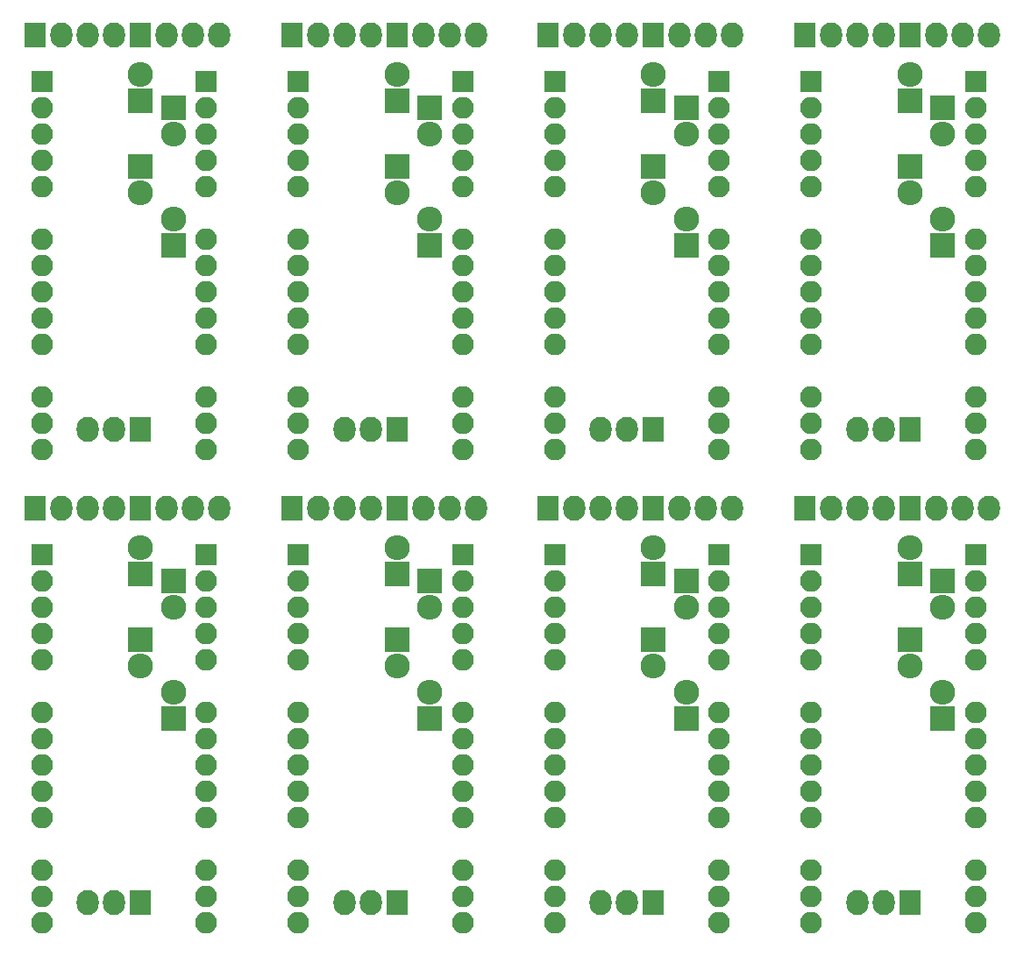
<source format=gts>
G04 #@! TF.FileFunction,Soldermask,Top*
%FSLAX46Y46*%
G04 Gerber Fmt 4.6, Leading zero omitted, Abs format (unit mm)*
G04 Created by KiCad (PCBNEW 4.0.5+dfsg1-4) date Thu Mar 30 08:58:49 2017*
%MOMM*%
%LPD*%
G01*
G04 APERTURE LIST*
%ADD10C,0.100000*%
%ADD11R,2.432000X2.432000*%
%ADD12O,2.432000X2.432000*%
%ADD13R,2.127200X2.432000*%
%ADD14O,2.127200X2.432000*%
%ADD15R,2.100000X2.100000*%
%ADD16O,2.100000X2.100000*%
G04 APERTURE END LIST*
D10*
D11*
X182880000Y-85090000D03*
D12*
X182880000Y-82550000D03*
D13*
X182880000Y-78740000D03*
D14*
X185420000Y-78740000D03*
X187960000Y-78740000D03*
X190500000Y-78740000D03*
D13*
X172720000Y-78740000D03*
D14*
X175260000Y-78740000D03*
X177800000Y-78740000D03*
X180340000Y-78740000D03*
D11*
X182880000Y-91440000D03*
D12*
X182880000Y-93980000D03*
D11*
X186055000Y-85725000D03*
D12*
X186055000Y-88265000D03*
D11*
X186055000Y-99060000D03*
D12*
X186055000Y-96520000D03*
D15*
X173355000Y-83185000D03*
D16*
X173355000Y-85725000D03*
X173355000Y-88265000D03*
X173355000Y-90805000D03*
X173355000Y-93345000D03*
X173355000Y-98425000D03*
X173355000Y-100965000D03*
X173355000Y-103505000D03*
X173355000Y-106045000D03*
X173355000Y-108585000D03*
X173355000Y-113665000D03*
X173355000Y-116205000D03*
X173355000Y-118745000D03*
D15*
X189230000Y-83185000D03*
D16*
X189230000Y-85725000D03*
X189230000Y-88265000D03*
X189230000Y-90805000D03*
X189230000Y-93345000D03*
X189230000Y-98425000D03*
X189230000Y-100965000D03*
X189230000Y-103505000D03*
X189230000Y-106045000D03*
X189230000Y-108585000D03*
X189230000Y-113665000D03*
X189230000Y-116205000D03*
X189230000Y-118745000D03*
D13*
X182880000Y-116840000D03*
D14*
X180340000Y-116840000D03*
X177800000Y-116840000D03*
D13*
X207645000Y-116840000D03*
D14*
X205105000Y-116840000D03*
X202565000Y-116840000D03*
D15*
X213995000Y-83185000D03*
D16*
X213995000Y-85725000D03*
X213995000Y-88265000D03*
X213995000Y-90805000D03*
X213995000Y-93345000D03*
X213995000Y-98425000D03*
X213995000Y-100965000D03*
X213995000Y-103505000D03*
X213995000Y-106045000D03*
X213995000Y-108585000D03*
X213995000Y-113665000D03*
X213995000Y-116205000D03*
X213995000Y-118745000D03*
D15*
X198120000Y-83185000D03*
D16*
X198120000Y-85725000D03*
X198120000Y-88265000D03*
X198120000Y-90805000D03*
X198120000Y-93345000D03*
X198120000Y-98425000D03*
X198120000Y-100965000D03*
X198120000Y-103505000D03*
X198120000Y-106045000D03*
X198120000Y-108585000D03*
X198120000Y-113665000D03*
X198120000Y-116205000D03*
X198120000Y-118745000D03*
D11*
X210820000Y-99060000D03*
D12*
X210820000Y-96520000D03*
D11*
X210820000Y-85725000D03*
D12*
X210820000Y-88265000D03*
D11*
X207645000Y-91440000D03*
D12*
X207645000Y-93980000D03*
D13*
X197485000Y-78740000D03*
D14*
X200025000Y-78740000D03*
X202565000Y-78740000D03*
X205105000Y-78740000D03*
D13*
X207645000Y-78740000D03*
D14*
X210185000Y-78740000D03*
X212725000Y-78740000D03*
X215265000Y-78740000D03*
D11*
X207645000Y-85090000D03*
D12*
X207645000Y-82550000D03*
D11*
X257175000Y-85090000D03*
D12*
X257175000Y-82550000D03*
D13*
X257175000Y-78740000D03*
D14*
X259715000Y-78740000D03*
X262255000Y-78740000D03*
X264795000Y-78740000D03*
D13*
X247015000Y-78740000D03*
D14*
X249555000Y-78740000D03*
X252095000Y-78740000D03*
X254635000Y-78740000D03*
D11*
X257175000Y-91440000D03*
D12*
X257175000Y-93980000D03*
D11*
X260350000Y-85725000D03*
D12*
X260350000Y-88265000D03*
D11*
X260350000Y-99060000D03*
D12*
X260350000Y-96520000D03*
D15*
X247650000Y-83185000D03*
D16*
X247650000Y-85725000D03*
X247650000Y-88265000D03*
X247650000Y-90805000D03*
X247650000Y-93345000D03*
X247650000Y-98425000D03*
X247650000Y-100965000D03*
X247650000Y-103505000D03*
X247650000Y-106045000D03*
X247650000Y-108585000D03*
X247650000Y-113665000D03*
X247650000Y-116205000D03*
X247650000Y-118745000D03*
D15*
X263525000Y-83185000D03*
D16*
X263525000Y-85725000D03*
X263525000Y-88265000D03*
X263525000Y-90805000D03*
X263525000Y-93345000D03*
X263525000Y-98425000D03*
X263525000Y-100965000D03*
X263525000Y-103505000D03*
X263525000Y-106045000D03*
X263525000Y-108585000D03*
X263525000Y-113665000D03*
X263525000Y-116205000D03*
X263525000Y-118745000D03*
D13*
X257175000Y-116840000D03*
D14*
X254635000Y-116840000D03*
X252095000Y-116840000D03*
D13*
X232410000Y-116840000D03*
D14*
X229870000Y-116840000D03*
X227330000Y-116840000D03*
D15*
X238760000Y-83185000D03*
D16*
X238760000Y-85725000D03*
X238760000Y-88265000D03*
X238760000Y-90805000D03*
X238760000Y-93345000D03*
X238760000Y-98425000D03*
X238760000Y-100965000D03*
X238760000Y-103505000D03*
X238760000Y-106045000D03*
X238760000Y-108585000D03*
X238760000Y-113665000D03*
X238760000Y-116205000D03*
X238760000Y-118745000D03*
D15*
X222885000Y-83185000D03*
D16*
X222885000Y-85725000D03*
X222885000Y-88265000D03*
X222885000Y-90805000D03*
X222885000Y-93345000D03*
X222885000Y-98425000D03*
X222885000Y-100965000D03*
X222885000Y-103505000D03*
X222885000Y-106045000D03*
X222885000Y-108585000D03*
X222885000Y-113665000D03*
X222885000Y-116205000D03*
X222885000Y-118745000D03*
D11*
X235585000Y-99060000D03*
D12*
X235585000Y-96520000D03*
D11*
X235585000Y-85725000D03*
D12*
X235585000Y-88265000D03*
D11*
X232410000Y-91440000D03*
D12*
X232410000Y-93980000D03*
D13*
X222250000Y-78740000D03*
D14*
X224790000Y-78740000D03*
X227330000Y-78740000D03*
X229870000Y-78740000D03*
D13*
X232410000Y-78740000D03*
D14*
X234950000Y-78740000D03*
X237490000Y-78740000D03*
X240030000Y-78740000D03*
D11*
X232410000Y-85090000D03*
D12*
X232410000Y-82550000D03*
D11*
X232410000Y-39370000D03*
D12*
X232410000Y-36830000D03*
D13*
X232410000Y-33020000D03*
D14*
X234950000Y-33020000D03*
X237490000Y-33020000D03*
X240030000Y-33020000D03*
D13*
X222250000Y-33020000D03*
D14*
X224790000Y-33020000D03*
X227330000Y-33020000D03*
X229870000Y-33020000D03*
D11*
X232410000Y-45720000D03*
D12*
X232410000Y-48260000D03*
D11*
X235585000Y-40005000D03*
D12*
X235585000Y-42545000D03*
D11*
X235585000Y-53340000D03*
D12*
X235585000Y-50800000D03*
D15*
X222885000Y-37465000D03*
D16*
X222885000Y-40005000D03*
X222885000Y-42545000D03*
X222885000Y-45085000D03*
X222885000Y-47625000D03*
X222885000Y-52705000D03*
X222885000Y-55245000D03*
X222885000Y-57785000D03*
X222885000Y-60325000D03*
X222885000Y-62865000D03*
X222885000Y-67945000D03*
X222885000Y-70485000D03*
X222885000Y-73025000D03*
D15*
X238760000Y-37465000D03*
D16*
X238760000Y-40005000D03*
X238760000Y-42545000D03*
X238760000Y-45085000D03*
X238760000Y-47625000D03*
X238760000Y-52705000D03*
X238760000Y-55245000D03*
X238760000Y-57785000D03*
X238760000Y-60325000D03*
X238760000Y-62865000D03*
X238760000Y-67945000D03*
X238760000Y-70485000D03*
X238760000Y-73025000D03*
D13*
X232410000Y-71120000D03*
D14*
X229870000Y-71120000D03*
X227330000Y-71120000D03*
D13*
X257175000Y-71120000D03*
D14*
X254635000Y-71120000D03*
X252095000Y-71120000D03*
D15*
X263525000Y-37465000D03*
D16*
X263525000Y-40005000D03*
X263525000Y-42545000D03*
X263525000Y-45085000D03*
X263525000Y-47625000D03*
X263525000Y-52705000D03*
X263525000Y-55245000D03*
X263525000Y-57785000D03*
X263525000Y-60325000D03*
X263525000Y-62865000D03*
X263525000Y-67945000D03*
X263525000Y-70485000D03*
X263525000Y-73025000D03*
D15*
X247650000Y-37465000D03*
D16*
X247650000Y-40005000D03*
X247650000Y-42545000D03*
X247650000Y-45085000D03*
X247650000Y-47625000D03*
X247650000Y-52705000D03*
X247650000Y-55245000D03*
X247650000Y-57785000D03*
X247650000Y-60325000D03*
X247650000Y-62865000D03*
X247650000Y-67945000D03*
X247650000Y-70485000D03*
X247650000Y-73025000D03*
D11*
X260350000Y-53340000D03*
D12*
X260350000Y-50800000D03*
D11*
X260350000Y-40005000D03*
D12*
X260350000Y-42545000D03*
D11*
X257175000Y-45720000D03*
D12*
X257175000Y-48260000D03*
D13*
X247015000Y-33020000D03*
D14*
X249555000Y-33020000D03*
X252095000Y-33020000D03*
X254635000Y-33020000D03*
D13*
X257175000Y-33020000D03*
D14*
X259715000Y-33020000D03*
X262255000Y-33020000D03*
X264795000Y-33020000D03*
D11*
X257175000Y-39370000D03*
D12*
X257175000Y-36830000D03*
D11*
X207645000Y-39370000D03*
D12*
X207645000Y-36830000D03*
D13*
X207645000Y-33020000D03*
D14*
X210185000Y-33020000D03*
X212725000Y-33020000D03*
X215265000Y-33020000D03*
D13*
X197485000Y-33020000D03*
D14*
X200025000Y-33020000D03*
X202565000Y-33020000D03*
X205105000Y-33020000D03*
D11*
X207645000Y-45720000D03*
D12*
X207645000Y-48260000D03*
D11*
X210820000Y-40005000D03*
D12*
X210820000Y-42545000D03*
D11*
X210820000Y-53340000D03*
D12*
X210820000Y-50800000D03*
D15*
X198120000Y-37465000D03*
D16*
X198120000Y-40005000D03*
X198120000Y-42545000D03*
X198120000Y-45085000D03*
X198120000Y-47625000D03*
X198120000Y-52705000D03*
X198120000Y-55245000D03*
X198120000Y-57785000D03*
X198120000Y-60325000D03*
X198120000Y-62865000D03*
X198120000Y-67945000D03*
X198120000Y-70485000D03*
X198120000Y-73025000D03*
D15*
X213995000Y-37465000D03*
D16*
X213995000Y-40005000D03*
X213995000Y-42545000D03*
X213995000Y-45085000D03*
X213995000Y-47625000D03*
X213995000Y-52705000D03*
X213995000Y-55245000D03*
X213995000Y-57785000D03*
X213995000Y-60325000D03*
X213995000Y-62865000D03*
X213995000Y-67945000D03*
X213995000Y-70485000D03*
X213995000Y-73025000D03*
D13*
X207645000Y-71120000D03*
D14*
X205105000Y-71120000D03*
X202565000Y-71120000D03*
D13*
X182880000Y-71120000D03*
D14*
X180340000Y-71120000D03*
X177800000Y-71120000D03*
D15*
X189230000Y-37465000D03*
D16*
X189230000Y-40005000D03*
X189230000Y-42545000D03*
X189230000Y-45085000D03*
X189230000Y-47625000D03*
X189230000Y-52705000D03*
X189230000Y-55245000D03*
X189230000Y-57785000D03*
X189230000Y-60325000D03*
X189230000Y-62865000D03*
X189230000Y-67945000D03*
X189230000Y-70485000D03*
X189230000Y-73025000D03*
D15*
X173355000Y-37465000D03*
D16*
X173355000Y-40005000D03*
X173355000Y-42545000D03*
X173355000Y-45085000D03*
X173355000Y-47625000D03*
X173355000Y-52705000D03*
X173355000Y-55245000D03*
X173355000Y-57785000D03*
X173355000Y-60325000D03*
X173355000Y-62865000D03*
X173355000Y-67945000D03*
X173355000Y-70485000D03*
X173355000Y-73025000D03*
D11*
X186055000Y-53340000D03*
D12*
X186055000Y-50800000D03*
D11*
X186055000Y-40005000D03*
D12*
X186055000Y-42545000D03*
D11*
X182880000Y-45720000D03*
D12*
X182880000Y-48260000D03*
D13*
X172720000Y-33020000D03*
D14*
X175260000Y-33020000D03*
X177800000Y-33020000D03*
X180340000Y-33020000D03*
D13*
X182880000Y-33020000D03*
D14*
X185420000Y-33020000D03*
X187960000Y-33020000D03*
X190500000Y-33020000D03*
D11*
X182880000Y-39370000D03*
D12*
X182880000Y-36830000D03*
M02*

</source>
